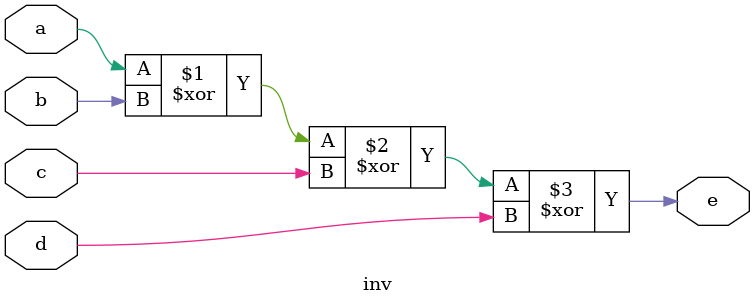
<source format=v>
`timescale 1ns / 1ps


module inv(
    input a, b, c, d,
    output e
    );
    assign e = a^b^c^d;
endmodule

</source>
